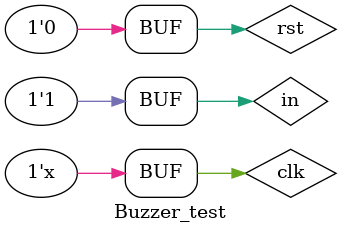
<source format=v>
`timescale 1ns / 1ps

module Buzzer_test();
    reg clk, rst, in;
    wire [1:0] mode, signal;

    ModeFSM ModeFSM(
        .clk(clk),
        .rst(rst),
        .in(in),
        .mode(mode),
        .signal(signal)
    );

    initial begin
        clk = 1'b0;
        rst = 1'b1;
        in = 1'b1;
        #8 rst = 1'b0;
    end

    always begin
        #10 clk = ~clk;
    end

endmodule

</source>
